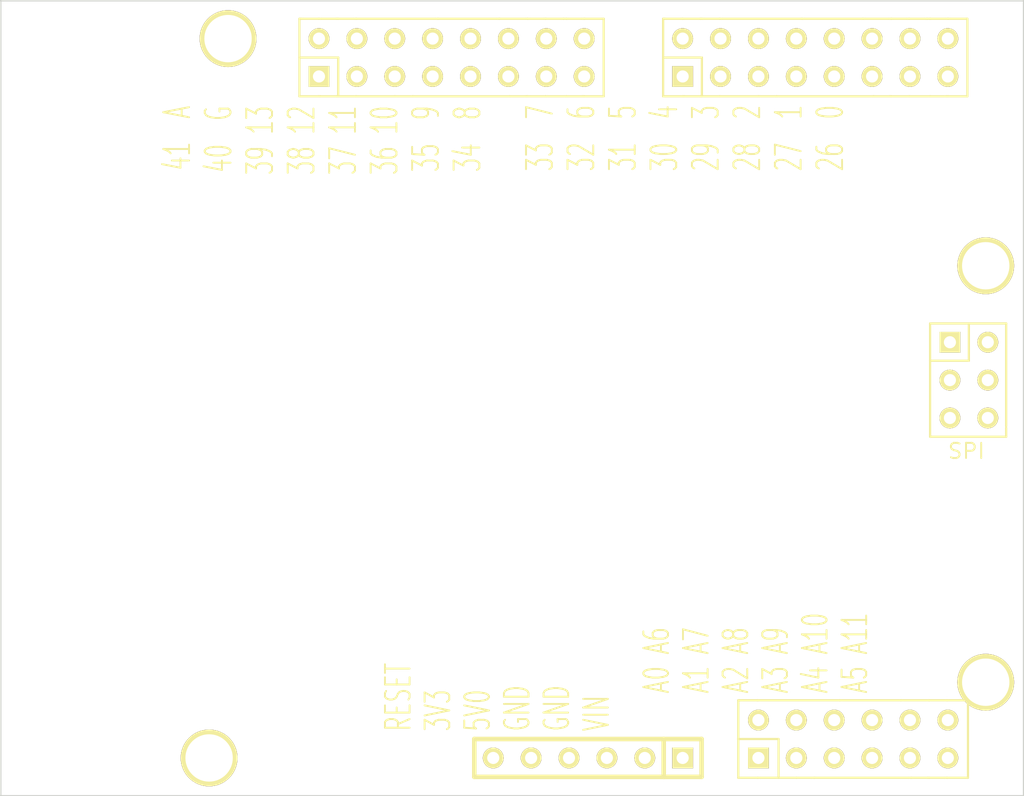
<source format=kicad_pcb>
(kicad_pcb (version 20221018) (generator pcbnew)
  (layers (0 "F.Cu" signal) (31 "B.Cu" signal) (34 "B.Paste" user) (35 "F.Paste" user) (36 "B.SilkS" user) (37 "F.SilkS" user) (38 "B.Mask" user) (39 "F.Mask" user) (44 "Edge.Cuts" user))
  (net 0 "")
  (net 1 "/GND")
  (net 2 "/RG6")
  (footprint "CONN_2x8" (layer "F.Cu") (at 168.3512 128.27 -90)
    (fp_text reference "P3" hide)
    (fp_text value "PWM/Digital" hide)
    (fp_line (start -2.6 -10.2) (end -2.6 -8.9) (stroke (width 0.15)) (layer "F.SilkS"))
    (fp_line (start -2.6 -8.9) (end -2.6 -7.7) (stroke (width 0.15)) (layer "F.SilkS"))
    (fp_line (start -2.6 -7.5) (end -2.6 -7.7) (stroke (width 0.15)) (layer "F.SilkS"))
    (fp_line (start -2.6 -6.3) (end -2.6 -7.5) (stroke (width 0.15)) (layer "F.SilkS"))
    (fp_line (start -2.6 -5.1) (end -2.6 -6.3) (stroke (width 0.15)) (layer "F.SilkS"))
    (fp_line (start -2.6 -5.1) (end -2.6 -3.2) (stroke (width 0.15)) (layer "F.SilkS"))
    (fp_line (start -2.6 0.9) (end -2.6 -3.2) (stroke (width 0.15)) (layer "F.SilkS"))
    (fp_line (start -2.6 6.4) (end -2.6 0.9) (stroke (width 0.15)) (layer "F.SilkS"))
    (fp_line (start -2.6 6.4) (end -2.6 7.6) (stroke (width 0.15)) (layer "F.SilkS"))
    (fp_line (start -2.6 7.6) (end -2.6 7.7) (stroke (width 0.15)) (layer "F.SilkS"))
    (fp_line (start -2.6 8.9) (end -2.6 7.7) (stroke (width 0.15)) (layer "F.SilkS"))
    (fp_line (start -2.6 8.9) (end -2.6 10.1) (stroke (width 0.15)) (layer "F.SilkS"))
    (fp_line (start -2.6 10.1) (end -2.6 10.2) (stroke (width 0.15)) (layer "F.SilkS"))
    (fp_line (start -2.6 10.2) (end 2.6 10.2) (stroke (width 0.15)) (layer "F.SilkS"))
    (fp_line (start 0 7.6) (end 0 10.2) (stroke (width 0.15)) (layer "F.SilkS"))
    (fp_line (start 0 7.6) (end 2.6 7.6) (stroke (width 0.15)) (layer "F.SilkS"))
    (fp_line (start 2.6 -10.2) (end -2.6 -10.2) (stroke (width 0.15)) (layer "F.SilkS"))
    (fp_line (start 2.6 -8.9) (end 2.6 -10.2) (stroke (width 0.15)) (layer "F.SilkS"))
    (fp_line (start 2.6 -8.8) (end 2.6 -8.9) (stroke (width 0.15)) (layer "F.SilkS"))
    (fp_line (start 2.6 -7.7) (end 2.6 -8.8) (stroke (width 0.15)) (layer "F.SilkS"))
    (fp_line (start 2.6 -7.7) (end 2.6 -6.3) (stroke (width 0.15)) (layer "F.SilkS"))
    (fp_line (start 2.6 -6.3) (end 2.6 -5.1) (stroke (width 0.15)) (layer "F.SilkS"))
    (fp_line (start 2.6 -5) (end 2.6 -5.1) (stroke (width 0.15)) (layer "F.SilkS"))
    (fp_line (start 2.6 -3.9) (end 2.6 -5) (stroke (width 0.15)) (layer "F.SilkS"))
    (fp_line (start 2.6 2.6) (end 2.6 -3.9) (stroke (width 0.15)) (layer "F.SilkS"))
    (fp_line (start 2.6 2.6) (end 2.6 3.8) (stroke (width 0.15)) (layer "F.SilkS"))
    (fp_line (start 2.6 6.4) (end 2.6 3.8) (stroke (width 0.15)) (layer "F.SilkS"))
    (fp_line (start 2.6 7.7) (end 2.6 6.4) (stroke (width 0.15)) (layer "F.SilkS"))
    (fp_line (start 2.6 7.7) (end 2.6 8.8) (stroke (width 0.15)) (layer "F.SilkS"))
    (fp_line (start 2.6 8.8) (end 2.6 8.9) (stroke (width 0.15)) (layer "F.SilkS"))
    (fp_line (start 2.6 10.2) (end 2.6 8.9) (stroke (width 0.15)) (layer "F.SilkS"))
    (pad "1" thru_hole rect (at 1.27 8.89 270) (size 1.397 1.397) (drill 0.8128) (layers "*.Cu" "*.Mask" "F.SilkS"))
    (pad "2" thru_hole circle (at -1.27 8.89 270) (size 1.397 1.397) (drill 0.8128) (layers "*.Cu" "*.Mask" "F.SilkS"))
    (pad "3" thru_hole circle (at 1.27 6.35 270) (size 1.397 1.397) (drill 0.8128) (layers "*.Cu" "*.Mask" "F.SilkS"))
    (pad "4" thru_hole circle (at -1.27 6.35 270) (size 1.397 1.397) (drill 0.8128) (layers "*.Cu" "*.Mask" "F.SilkS") (net 1 "/GND"))
    (pad "5" thru_hole circle (at 1.27 3.81 270) (size 1.397 1.397) (drill 0.8128) (layers "*.Cu" "*.Mask" "F.SilkS"))
    (pad "6" thru_hole circle (at -1.27 3.81 270) (size 1.397 1.397) (drill 0.8128) (layers "*.Cu" "*.Mask" "F.SilkS") (net 2 "/RG6"))
    (pad "7" thru_hole circle (at 1.27 1.27 270) (size 1.397 1.397) (drill 0.8128) (layers "*.Cu" "*.Mask" "F.SilkS"))
    (pad "8" thru_hole circle (at -1.27 1.27 270) (size 1.397 1.397) (drill 0.8128) (layers "*.Cu" "*.Mask" "F.SilkS"))
    (pad "9" thru_hole circle (at 1.27 -1.27 270) (size 1.397 1.397) (drill 0.8128) (layers "*.Cu" "*.Mask" "F.SilkS"))
    (pad "10" thru_hole circle (at -1.27 -1.27 270) (size 1.397 1.397) (drill 0.8128) (layers "*.Cu" "*.Mask" "F.SilkS"))
    (pad "11" thru_hole circle (at 1.27 -3.81 270) (size 1.397 1.397) (drill 0.8128) (layers "*.Cu" "*.Mask" "F.SilkS"))
    (pad "12" thru_hole circle (at -1.27 -3.81 270) (size 1.397 1.397) (drill 0.8128) (layers "*.Cu" "*.Mask" "F.SilkS"))
    (pad "13" thru_hole circle (at 1.27 -6.35 270) (size 1.397 1.397) (drill 0.8128) (layers "*.Cu" "*.Mask" "F.SilkS"))
    (pad "14" thru_hole circle (at -1.27 -6.35 270) (size 1.397 1.397) (drill 0.8128) (layers "*.Cu" "*.Mask" "F.SilkS"))
    (pad "15" thru_hole circle (at 1.27 -8.89 270) (size 1.397 1.397) (drill 0.8128) (layers "*.Cu" "*.Mask" "F.SilkS"))
    (pad "16" thru_hole circle (at -1.27 -8.89 270) (size 1.397 1.397) (drill 0.8128) (layers "*.Cu" "*.Mask" "F.SilkS"))
  )
  (footprint "CONN_2x8" (layer "F.Cu") (at 192.7352 128.27 -90)
    (fp_text reference "P4" hide)
    (fp_text value "PWM/Digital" hide)
    (fp_line (start -2.6 -10.2) (end -2.6 -8.9) (stroke (width 0.15)) (layer "F.SilkS"))
    (fp_line (start -2.6 -8.9) (end -2.6 -7.7) (stroke (width 0.15)) (layer "F.SilkS"))
    (fp_line (start -2.6 -7.5) (end -2.6 -7.7) (stroke (width 0.15)) (layer "F.SilkS"))
    (fp_line (start -2.6 -6.3) (end -2.6 -7.5) (stroke (width 0.15)) (layer "F.SilkS"))
    (fp_line (start -2.6 -5.1) (end -2.6 -6.3) (stroke (width 0.15)) (layer "F.SilkS"))
    (fp_line (start -2.6 -5.1) (end -2.6 -3.2) (stroke (width 0.15)) (layer "F.SilkS"))
    (fp_line (start -2.6 0.9) (end -2.6 -3.2) (stroke (width 0.15)) (layer "F.SilkS"))
    (fp_line (start -2.6 6.4) (end -2.6 0.9) (stroke (width 0.15)) (layer "F.SilkS"))
    (fp_line (start -2.6 6.4) (end -2.6 7.6) (stroke (width 0.15)) (layer "F.SilkS"))
    (fp_line (start -2.6 7.6) (end -2.6 7.7) (stroke (width 0.15)) (layer "F.SilkS"))
    (fp_line (start -2.6 8.9) (end -2.6 7.7) (stroke (width 0.15)) (layer "F.SilkS"))
    (fp_line (start -2.6 8.9) (end -2.6 10.1) (stroke (width 0.15)) (layer "F.SilkS"))
    (fp_line (start -2.6 10.1) (end -2.6 10.2) (stroke (width 0.15)) (layer "F.SilkS"))
    (fp_line (start -2.6 10.2) (end 2.6 10.2) (stroke (width 0.15)) (layer "F.SilkS"))
    (fp_line (start 0 7.6) (end 0 10.2) (stroke (width 0.15)) (layer "F.SilkS"))
    (fp_line (start 0 7.6) (end 2.6 7.6) (stroke (width 0.15)) (layer "F.SilkS"))
    (fp_line (start 2.6 -10.2) (end -2.6 -10.2) (stroke (width 0.15)) (layer "F.SilkS"))
    (fp_line (start 2.6 -8.9) (end 2.6 -10.2) (stroke (width 0.15)) (layer "F.SilkS"))
    (fp_line (start 2.6 -8.8) (end 2.6 -8.9) (stroke (width 0.15)) (layer "F.SilkS"))
    (fp_line (start 2.6 -7.7) (end 2.6 -8.8) (stroke (width 0.15)) (layer "F.SilkS"))
    (fp_line (start 2.6 -7.7) (end 2.6 -6.3) (stroke (width 0.15)) (layer "F.SilkS"))
    (fp_line (start 2.6 -6.3) (end 2.6 -5.1) (stroke (width 0.15)) (layer "F.SilkS"))
    (fp_line (start 2.6 -5) (end 2.6 -5.1) (stroke (width 0.15)) (layer "F.SilkS"))
    (fp_line (start 2.6 -3.9) (end 2.6 -5) (stroke (width 0.15)) (layer "F.SilkS"))
    (fp_line (start 2.6 2.6) (end 2.6 -3.9) (stroke (width 0.15)) (layer "F.SilkS"))
    (fp_line (start 2.6 2.6) (end 2.6 3.8) (stroke (width 0.15)) (layer "F.SilkS"))
    (fp_line (start 2.6 6.4) (end 2.6 3.8) (stroke (width 0.15)) (layer "F.SilkS"))
    (fp_line (start 2.6 7.7) (end 2.6 6.4) (stroke (width 0.15)) (layer "F.SilkS"))
    (fp_line (start 2.6 7.7) (end 2.6 8.8) (stroke (width 0.15)) (layer "F.SilkS"))
    (fp_line (start 2.6 8.8) (end 2.6 8.9) (stroke (width 0.15)) (layer "F.SilkS"))
    (fp_line (start 2.6 10.2) (end 2.6 8.9) (stroke (width 0.15)) (layer "F.SilkS"))
    (pad "1" thru_hole rect (at 1.27 8.89 270) (size 1.397 1.397) (drill 0.8128) (layers "*.Cu" "*.Mask" "F.SilkS"))
    (pad "2" thru_hole circle (at -1.27 8.89 270) (size 1.397 1.397) (drill 0.8128) (layers "*.Cu" "*.Mask" "F.SilkS"))
    (pad "3" thru_hole circle (at 1.27 6.35 270) (size 1.397 1.397) (drill 0.8128) (layers "*.Cu" "*.Mask" "F.SilkS"))
    (pad "4" thru_hole circle (at -1.27 6.35 270) (size 1.397 1.397) (drill 0.8128) (layers "*.Cu" "*.Mask" "F.SilkS"))
    (pad "5" thru_hole circle (at 1.27 3.81 270) (size 1.397 1.397) (drill 0.8128) (layers "*.Cu" "*.Mask" "F.SilkS"))
    (pad "6" thru_hole circle (at -1.27 3.81 270) (size 1.397 1.397) (drill 0.8128) (layers "*.Cu" "*.Mask" "F.SilkS"))
    (pad "7" thru_hole circle (at 1.27 1.27 270) (size 1.397 1.397) (drill 0.8128) (layers "*.Cu" "*.Mask" "F.SilkS"))
    (pad "8" thru_hole circle (at -1.27 1.27 270) (size 1.397 1.397) (drill 0.8128) (layers "*.Cu" "*.Mask" "F.SilkS"))
    (pad "9" thru_hole circle (at 1.27 -1.27 270) (size 1.397 1.397) (drill 0.8128) (layers "*.Cu" "*.Mask" "F.SilkS"))
    (pad "10" thru_hole circle (at -1.27 -1.27 270) (size 1.397 1.397) (drill 0.8128) (layers "*.Cu" "*.Mask" "F.SilkS"))
    (pad "11" thru_hole circle (at 1.27 -3.81 270) (size 1.397 1.397) (drill 0.8128) (layers "*.Cu" "*.Mask" "F.SilkS"))
    (pad "12" thru_hole circle (at -1.27 -3.81 270) (size 1.397 1.397) (drill 0.8128) (layers "*.Cu" "*.Mask" "F.SilkS"))
    (pad "13" thru_hole circle (at 1.27 -6.35 270) (size 1.397 1.397) (drill 0.8128) (layers "*.Cu" "*.Mask" "F.SilkS"))
    (pad "14" thru_hole circle (at -1.27 -6.35 270) (size 1.397 1.397) (drill 0.8128) (layers "*.Cu" "*.Mask" "F.SilkS"))
    (pad "15" thru_hole circle (at 1.27 -8.89 270) (size 1.397 1.397) (drill 0.8128) (layers "*.Cu" "*.Mask" "F.SilkS"))
    (pad "16" thru_hole circle (at -1.27 -8.89 270) (size 1.397 1.397) (drill 0.8128) (layers "*.Cu" "*.Mask" "F.SilkS"))
  )
  (footprint "CONN_2x6" (layer "F.Cu") (at 195.2752 173.99 -90)
    (fp_text reference "P2" hide)
    (fp_text value "Analog" hide)
    (fp_line (start -2.6 -7.7) (end 2.6 -7.7) (stroke (width 0.15)) (layer "F.SilkS"))
    (fp_line (start -2.6 -7.5) (end -2.6 -7.7) (stroke (width 0.15)) (layer "F.SilkS"))
    (fp_line (start -2.6 -6.3) (end -2.6 -7.5) (stroke (width 0.15)) (layer "F.SilkS"))
    (fp_line (start -2.6 -5.1) (end -2.6 -6.3) (stroke (width 0.15)) (layer "F.SilkS"))
    (fp_line (start -2.6 -5.1) (end -2.6 -3.2) (stroke (width 0.15)) (layer "F.SilkS"))
    (fp_line (start -2.6 0.9) (end -2.6 -3.2) (stroke (width 0.15)) (layer "F.SilkS"))
    (fp_line (start -2.6 6.4) (end -2.6 0.9) (stroke (width 0.15)) (layer "F.SilkS"))
    (fp_line (start -2.6 6.4) (end -2.6 7.6) (stroke (width 0.15)) (layer "F.SilkS"))
    (fp_line (start -2.6 7.6) (end -2.6 7.7) (stroke (width 0.15)) (layer "F.SilkS"))
    (fp_line (start -2.6 7.7) (end 2.6 7.7) (stroke (width 0.15)) (layer "F.SilkS"))
    (fp_line (start 0 5) (end 0 7.7) (stroke (width 0.15)) (layer "F.SilkS"))
    (fp_line (start 0 5) (end 2.6 5) (stroke (width 0.15)) (layer "F.SilkS"))
    (fp_line (start 2.6 -7.7) (end 2.6 -6.3) (stroke (width 0.15)) (layer "F.SilkS"))
    (fp_line (start 2.6 -6.3) (end 2.6 -5.1) (stroke (width 0.15)) (layer "F.SilkS"))
    (fp_line (start 2.6 -5) (end 2.6 -5.1) (stroke (width 0.15)) (layer "F.SilkS"))
    (fp_line (start 2.6 -3.9) (end 2.6 -5) (stroke (width 0.15)) (layer "F.SilkS"))
    (fp_line (start 2.6 2.6) (end 2.6 -3.9) (stroke (width 0.15)) (layer "F.SilkS"))
    (fp_line (start 2.6 2.6) (end 2.6 3.8) (stroke (width 0.15)) (layer "F.SilkS"))
    (fp_line (start 2.6 6.4) (end 2.6 3.8) (stroke (width 0.15)) (layer "F.SilkS"))
    (fp_line (start 2.6 7.7) (end 2.6 6.4) (stroke (width 0.15)) (layer "F.SilkS"))
    (pad "1" thru_hole rect (at 1.27 6.35 270) (size 1.397 1.397) (drill 0.8128) (layers "*.Cu" "*.Mask" "F.SilkS"))
    (pad "2" thru_hole circle (at -1.27 6.35 270) (size 1.397 1.397) (drill 0.8128) (layers "*.Cu" "*.Mask" "F.SilkS"))
    (pad "3" thru_hole circle (at 1.27 3.81 270) (size 1.397 1.397) (drill 0.8128) (layers "*.Cu" "*.Mask" "F.SilkS"))
    (pad "4" thru_hole circle (at -1.27 3.81 270) (size 1.397 1.397) (drill 0.8128) (layers "*.Cu" "*.Mask" "F.SilkS"))
    (pad "5" thru_hole circle (at 1.27 1.27 270) (size 1.397 1.397) (drill 0.8128) (layers "*.Cu" "*.Mask" "F.SilkS"))
    (pad "6" thru_hole circle (at -1.27 1.27 270) (size 1.397 1.397) (drill 0.8128) (layers "*.Cu" "*.Mask" "F.SilkS"))
    (pad "7" thru_hole circle (at 1.27 -1.27 270) (size 1.397 1.397) (drill 0.8128) (layers "*.Cu" "*.Mask" "F.SilkS"))
    (pad "8" thru_hole circle (at -1.27 -1.27 270) (size 1.397 1.397) (drill 0.8128) (layers "*.Cu" "*.Mask" "F.SilkS"))
    (pad "9" thru_hole circle (at 1.27 -3.81 270) (size 1.397 1.397) (drill 0.8128) (layers "*.Cu" "*.Mask" "F.SilkS"))
    (pad "10" thru_hole circle (at -1.27 -3.81 270) (size 1.397 1.397) (drill 0.8128) (layers "*.Cu" "*.Mask" "F.SilkS"))
    (pad "11" thru_hole circle (at 1.27 -6.35 270) (size 1.397 1.397) (drill 0.8128) (layers "*.Cu" "*.Mask" "F.SilkS"))
    (pad "12" thru_hole circle (at -1.27 -6.35 270) (size 1.397 1.397) (drill 0.8128) (layers "*.Cu" "*.Mask" "F.SilkS"))
  )
  (footprint "CONN_1x1" (layer "F.Cu") (at 152.0952 175.26)
    (fp_text reference "CONN_1x1" hide)
    (fp_text value "VAL**" hide)
    (pad "1" thru_hole circle (at 0 0) (size 3.81 3.81) (drill 3.175) (layers "*.Cu" "*.Mask" "F.SilkS"))
  )
  (footprint "CONN_1x1" (layer "F.Cu") (at 204.1652 170.18)
    (fp_text reference "CONN_1x1" hide)
    (fp_text value "VAL**" hide)
    (pad "1" thru_hole circle (at 0 0) (size 3.81 3.81) (drill 3.175) (layers "*.Cu" "*.Mask" "F.SilkS"))
  )
  (footprint "CONN_1x1" (layer "F.Cu") (at 204.1652 142.24)
    (fp_text reference "CONN_1x1" hide)
    (fp_text value "VAL**" hide)
    (pad "1" thru_hole circle (at 0 0) (size 3.81 3.81) (drill 3.175) (layers "*.Cu" "*.Mask" "F.SilkS"))
  )
  (footprint "CONN_1x1" (layer "F.Cu") (at 153.3652 127)
    (fp_text reference "CONN_1x1" hide)
    (fp_text value "VAL**" hide)
    (pad "1" thru_hole circle (at 0 0) (size 3.81 3.81) (drill 3.175) (layers "*.Cu" "*.Mask" "F.SilkS"))
  )
  (footprint "SIL-6" (layer "F.Cu") (at 177.4952 175.26 180)
    (fp_text reference "P1" hide)
    (fp_text value "Power" hide)
    (fp_line (start -7.62 -1.27) (end 7.62 -1.27) (stroke (width 0.3048)) (layer "F.SilkS"))
    (fp_line (start -7.62 1.27) (end -7.62 -1.27) (stroke (width 0.3048)) (layer "F.SilkS"))
    (fp_line (start -5.08 1.27) (end -5.08 -1.27) (stroke (width 0.3048)) (layer "F.SilkS"))
    (fp_line (start 7.62 -1.27) (end 7.62 1.27) (stroke (width 0.3048)) (layer "F.SilkS"))
    (fp_line (start 7.62 1.27) (end -7.62 1.27) (stroke (width 0.3048)) (layer "F.SilkS"))
    (pad "1" thru_hole rect (at -6.35 0 180) (size 1.397 1.397) (drill 0.8128) (layers "*.Cu" "*.Mask" "F.SilkS"))
    (pad "2" thru_hole circle (at -3.81 0 180) (size 1.397 1.397) (drill 0.8128) (layers "*.Cu" "*.Mask" "F.SilkS") (net 1 "/GND"))
    (pad "3" thru_hole circle (at -1.27 0 180) (size 1.397 1.397) (drill 0.8128) (layers "*.Cu" "*.Mask" "F.SilkS") (net 1 "/GND"))
    (pad "4" thru_hole circle (at 1.27 0 180) (size 1.397 1.397) (drill 0.8128) (layers "*.Cu" "*.Mask" "F.SilkS"))
    (pad "5" thru_hole circle (at 3.81 0 180) (size 1.397 1.397) (drill 0.8128) (layers "*.Cu" "*.Mask" "F.SilkS"))
    (pad "6" thru_hole circle (at 6.35 0 180) (size 1.397 1.397) (drill 0.8128) (layers "*.Cu" "*.Mask" "F.SilkS"))
  )
  (footprint "CONN_2x3" (layer "F.Cu") (at 203.0349 149.9108 180)
    (fp_text reference "P5" hide)
    (fp_text value "SPI" hide)
    (fp_line (start -2.5 -3.8) (end -2.5 -3.2) (stroke (width 0.15)) (layer "F.SilkS"))
    (fp_line (start -2.5 3.8) (end -2.5 -3.1) (stroke (width 0.15)) (layer "F.SilkS"))
    (fp_line (start 0 1.3) (end 0 3.8) (stroke (width 0.15)) (layer "F.SilkS"))
    (fp_line (start 0 1.3) (end 2.6 1.3) (stroke (width 0.15)) (layer "F.SilkS"))
    (fp_line (start 2.6 -3.8) (end -2.5 -3.8) (stroke (width 0.15)) (layer "F.SilkS"))
    (fp_line (start 2.6 -3.7) (end 2.6 -3.8) (stroke (width 0.15)) (layer "F.SilkS"))
    (fp_line (start 2.6 1.3) (end 2.6 -3.7) (stroke (width 0.15)) (layer "F.SilkS"))
    (fp_line (start 2.6 1.3) (end 2.6 3.8) (stroke (width 0.15)) (layer "F.SilkS"))
    (fp_line (start 2.6 3.8) (end -2.5 3.8) (stroke (width 0.15)) (layer "F.SilkS"))
    (pad "1" thru_hole rect (at 1.27 2.54 180) (size 1.397 1.397) (drill 0.8128) (layers "*.Cu" "*.Mask" "F.SilkS"))
    (pad "2" thru_hole circle (at -1.27 2.54 180) (size 1.397 1.397) (drill 0.8128) (layers "*.Cu" "*.Mask" "F.SilkS"))
    (pad "3" thru_hole circle (at 1.27 0 180) (size 1.397 1.397) (drill 0.8128) (layers "*.Cu" "*.Mask" "F.SilkS") (net 2 "/RG6"))
    (pad "4" thru_hole circle (at -1.27 0 180) (size 1.397 1.397) (drill 0.8128) (layers "*.Cu" "*.Mask" "F.SilkS"))
    (pad "5" thru_hole circle (at 1.27 -2.54 180) (size 1.397 1.397) (drill 0.8128) (layers "*.Cu" "*.Mask" "F.SilkS"))
    (pad "6" thru_hole circle (at -1.27 -2.54 180) (size 1.397 1.397) (drill 0.8128) (layers "*.Cu" "*.Mask" "F.SilkS") (net 1 "/GND"))
  )
  (gr_line (start 206.7052 124.46) (end 138.1252 124.46) (stroke (width 0.1)) (layer "Edge.Cuts"))
  (gr_line (start 138.1252 177.8) (end 206.7052 177.8) (stroke (width 0.1)) (layer "Edge.Cuts"))
  (gr_line (start 138.1252 177.8) (end 138.1252 124.46) (stroke (width 0.1)) (layer "Edge.Cuts"))
  (gr_line (start 206.7052 177.8) (end 206.7052 124.46) (stroke (width 0.1)) (layer "Edge.Cuts"))
  (gr_text "A0 A6\nA1 A7\nA2 A8\nA3 A9\nA4 A10\nA5 A11" (at 188.7474 171.0182 90) (layer "F.SilkS") (effects (font (size 1.651 1.016) (thickness 0.127)) (justify left)))
  (gr_text "SPI" (at 202.8698 154.6733) (layer "F.SilkS") (effects (font (size 1.016 1.016) (thickness 0.127))))
  (gr_text "41  A\n40  G\n39 13\n38 12\n37 11\n36 10\n35  9\n34  8" (at 159.6898 131.4196 90) (layer "F.SilkS") (effects (font (size 1.7272 1.016) (thickness 0.127)) (justify right)))
  (gr_text "33  7\n32  6\n31  5\n30  4\n29  3\n28  2\n27  1\n26  0" (at 184.0103 131.3688 90) (layer "F.SilkS") (effects (font (size 1.7272 1.016) (thickness 0.127)) (justify right)))
  (gr_text "RESET\n3V3\n5V0\nGND\nGND\nVIN" (at 171.4246 173.5582 90) (layer "F.SilkS") (effects (font (size 1.651 1.016) (thickness 0.127)) (justify left)))
)
</source>
